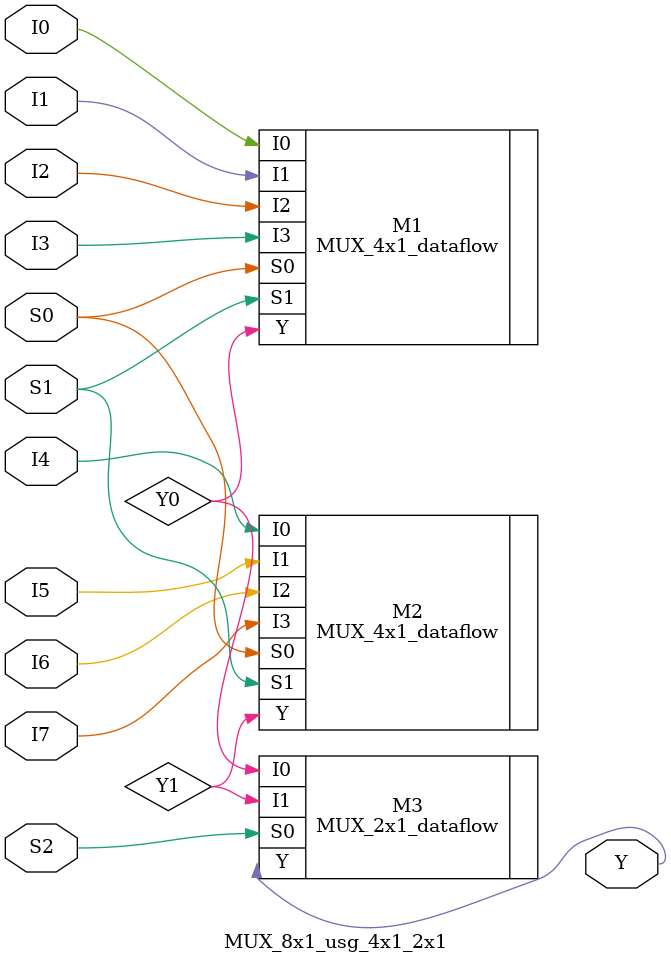
<source format=v>
/********************************************************************************************
Filename    :      MUX_8x1_usg_4x1_2x1.v
Description :      8:1 MUX using 4:1 MUXes and 2:1 MUX
Author Name :      Sajeel Abid Parray
Language    :      Verilog HDL
Project     :      8:1 Multiplexer
Date        :      02-December-2025
*********************************************************************************************/
module MUX_8x1_usg_4x1_2x1 (

input I0, I1, I2, I3, I4, I5, I6, I7,
input S0, S1, S2,
output Y  );

wire Y0, Y1;

MUX_4x1_dataflow M1 ( .I0(I0), .I1(I1), .I2(I2), .I3(I3), .S0(S0), .S1(S1), .Y(Y0) ); // MUX for I0 to I3
MUX_4x1_dataflow M2 ( .I0(I4), .I1(I5), .I2(I6), .I3(I7), .S0(S0), .S1(S1), .Y(Y1) ); // MUX for I4 to I7

MUX_2x1_dataflow M3 ( .I0(Y0), .I1(Y1), .S0(S2), .Y(Y) ); // Final MUX

endmodule
</source>
